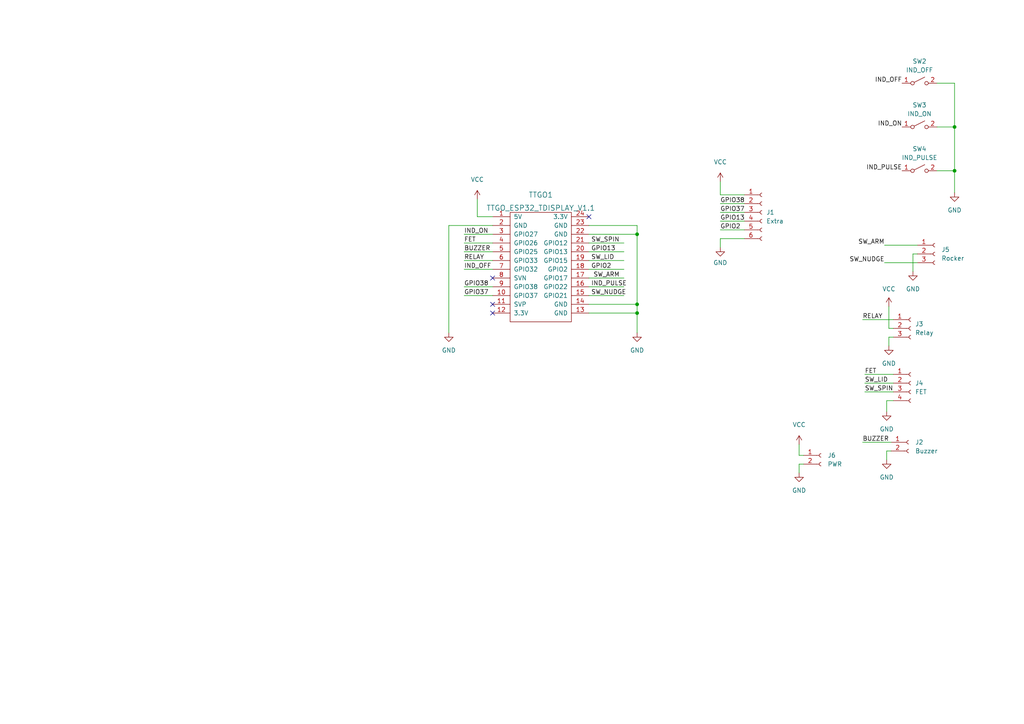
<source format=kicad_sch>
(kicad_sch (version 20211123) (generator eeschema)
  (paper "A4")
  (lib_symbols
    (symbol "Connector:Conn_01x02_Female" (pin_names (offset 1.016) hide)
      (property "Reference" "J" (at 0 2.54 0))
      (property "Value" "Conn_01x02_Female" (at 0 -5.08 0))
      (symbol "Conn_01x02_Female_1_1"
        (arc (start 0 -2.032) (mid -0.508 -2.54) (end 0 -3.048) (stroke (width 0.1524)))
        (polyline (pts (xy -1.27 -2.54) (xy -0.508 -2.54)) (stroke (width 0.1524)))
        (polyline (pts (xy -1.27 0) (xy -0.508 0)) (stroke (width 0.1524)))
        (arc (start 0 0.508) (mid -0.508 0) (end 0 -0.508) (stroke (width 0.1524)))
        (pin passive line (at -5.08 0 0) (length 3.81) (name "Pin_1") (number "1"))
        (pin passive line (at -5.08 -2.54 0) (length 3.81) (name "Pin_2") (number "2"))
      )
    )
    (symbol "Connector:Conn_01x03_Female" (pin_names (offset 1.016) hide)
      (property "Reference" "J" (at 0 5.08 0))
      (property "Value" "Conn_01x03_Female" (at 0 -5.08 0))
      (symbol "Conn_01x03_Female_1_1"
        (arc (start 0 -2.032) (mid -0.508 -2.54) (end 0 -3.048) (stroke (width 0.1524)))
        (polyline (pts (xy -1.27 -2.54) (xy -0.508 -2.54)) (stroke (width 0.1524)))
        (polyline (pts (xy -1.27 0) (xy -0.508 0)) (stroke (width 0.1524)))
        (polyline (pts (xy -1.27 2.54) (xy -0.508 2.54)) (stroke (width 0.1524)))
        (arc (start 0 0.508) (mid -0.508 0) (end 0 -0.508) (stroke (width 0.1524)))
        (arc (start 0 3.048) (mid -0.508 2.54) (end 0 2.032) (stroke (width 0.1524)))
        (pin passive line (at -5.08 2.54 0) (length 3.81) (name "Pin_1") (number "1"))
        (pin passive line (at -5.08 0 0) (length 3.81) (name "Pin_2") (number "2"))
        (pin passive line (at -5.08 -2.54 0) (length 3.81) (name "Pin_3") (number "3"))
      )
    )
    (symbol "Connector:Conn_01x04_Female" (pin_names (offset 1.016) hide)
      (property "Reference" "J" (at 0 5.08 0))
      (property "Value" "Conn_01x04_Female" (at 0 -7.62 0))
      (symbol "Conn_01x04_Female_1_1"
        (arc (start 0 -4.572) (mid -0.508 -5.08) (end 0 -5.588) (stroke (width 0.1524)))
        (arc (start 0 -2.032) (mid -0.508 -2.54) (end 0 -3.048) (stroke (width 0.1524)))
        (polyline (pts (xy -1.27 -5.08) (xy -0.508 -5.08)) (stroke (width 0.1524)))
        (polyline (pts (xy -1.27 -2.54) (xy -0.508 -2.54)) (stroke (width 0.1524)))
        (polyline (pts (xy -1.27 0) (xy -0.508 0)) (stroke (width 0.1524)))
        (polyline (pts (xy -1.27 2.54) (xy -0.508 2.54)) (stroke (width 0.1524)))
        (arc (start 0 0.508) (mid -0.508 0) (end 0 -0.508) (stroke (width 0.1524)))
        (arc (start 0 3.048) (mid -0.508 2.54) (end 0 2.032) (stroke (width 0.1524)))
        (pin passive line (at -5.08 2.54 0) (length 3.81) (name "Pin_1") (number "1"))
        (pin passive line (at -5.08 0 0) (length 3.81) (name "Pin_2") (number "2"))
        (pin passive line (at -5.08 -2.54 0) (length 3.81) (name "Pin_3") (number "3"))
        (pin passive line (at -5.08 -5.08 0) (length 3.81) (name "Pin_4") (number "4"))
      )
    )
    (symbol "Connector:Conn_01x06_Female" (pin_names (offset 1.016) hide)
      (property "Reference" "J" (at 0 7.62 0))
      (property "Value" "Conn_01x06_Female" (at 0 -10.16 0))
      (symbol "Conn_01x06_Female_1_1"
        (arc (start 0 -7.112) (mid -0.508 -7.62) (end 0 -8.128) (stroke (width 0.1524)))
        (arc (start 0 -4.572) (mid -0.508 -5.08) (end 0 -5.588) (stroke (width 0.1524)))
        (arc (start 0 -2.032) (mid -0.508 -2.54) (end 0 -3.048) (stroke (width 0.1524)))
        (polyline (pts (xy -1.27 -7.62) (xy -0.508 -7.62)) (stroke (width 0.1524)))
        (polyline (pts (xy -1.27 -5.08) (xy -0.508 -5.08)) (stroke (width 0.1524)))
        (polyline (pts (xy -1.27 -2.54) (xy -0.508 -2.54)) (stroke (width 0.1524)))
        (polyline (pts (xy -1.27 0) (xy -0.508 0)) (stroke (width 0.1524)))
        (polyline (pts (xy -1.27 2.54) (xy -0.508 2.54)) (stroke (width 0.1524)))
        (polyline (pts (xy -1.27 5.08) (xy -0.508 5.08)) (stroke (width 0.1524)))
        (arc (start 0 0.508) (mid -0.508 0) (end 0 -0.508) (stroke (width 0.1524)))
        (arc (start 0 3.048) (mid -0.508 2.54) (end 0 2.032) (stroke (width 0.1524)))
        (arc (start 0 5.588) (mid -0.508 5.08) (end 0 4.572) (stroke (width 0.1524)))
        (pin passive line (at -5.08 5.08 0) (length 3.81) (name "Pin_1") (number "1"))
        (pin passive line (at -5.08 2.54 0) (length 3.81) (name "Pin_2") (number "2"))
        (pin passive line (at -5.08 0 0) (length 3.81) (name "Pin_3") (number "3"))
        (pin passive line (at -5.08 -2.54 0) (length 3.81) (name "Pin_4") (number "4"))
        (pin passive line (at -5.08 -5.08 0) (length 3.81) (name "Pin_5") (number "5"))
        (pin passive line (at -5.08 -7.62 0) (length 3.81) (name "Pin_6") (number "6"))
      )
    )
    (symbol "Switch:SW_SPST" (pin_names (offset 0) hide)
      (property "Reference" "SW" (at 0 3.175 0))
      (property "Value" "SW_SPST" (at 0 -2.54 0))
      (symbol "SW_SPST_0_0"
        (circle (center -2.032 0) (radius 0.508))
        (polyline (pts (xy -1.524 0.254) (xy 1.524 1.778)))
        (circle (center 2.032 0) (radius 0.508))
      )
      (symbol "SW_SPST_1_1"
        (pin passive line (at -5.08 0 0) (length 2.54) (name "A") (number "1"))
        (pin passive line (at 5.08 0 180) (length 2.54) (name "B") (number "2"))
      )
    )
    (symbol "TTGO:TTGO_ESP32_TDISPLAY_V1.1" (pin_names (offset 1.016))
      (property "Reference" "TTGO" (at 8.89 34.29 0))
      (property "Value" "TTGO_ESP32_TDISPLAY_V1.1" (at 8.89 -2.54 0))
      (symbol "TTGO_ESP32_TDISPLAY_V1.1_0_1"
        (rectangle (start 0 0) (end 17.78 31.75))
      )
      (symbol "TTGO_ESP32_TDISPLAY_V1.1_1_1"
        (pin unspecified line (at 22.86 1.27 180) (length 5.08) (name "5V") (number "1"))
        (pin unspecified line (at 22.86 24.13 180) (length 5.08) (name "GPIO37") (number "10"))
        (pin unspecified line (at 22.86 26.67 180) (length 5.08) (name "SVP") (number "11"))
        (pin unspecified line (at 22.86 29.21 180) (length 5.08) (name "3.3V") (number "12"))
        (pin unspecified line (at -5.08 29.21 0) (length 5.08) (name "GND") (number "13"))
        (pin unspecified line (at -5.08 26.67 0) (length 5.08) (name "GND") (number "14"))
        (pin unspecified line (at -5.08 24.13 0) (length 5.08) (name "GPIO21") (number "15"))
        (pin unspecified line (at -5.08 21.59 0) (length 5.08) (name "GPIO22") (number "16"))
        (pin unspecified line (at -5.08 19.05 0) (length 5.08) (name "GPIO17") (number "17"))
        (pin unspecified line (at -5.08 16.51 0) (length 5.08) (name "GPIO2") (number "18"))
        (pin unspecified line (at -5.08 13.97 0) (length 5.08) (name "GPIO15") (number "19"))
        (pin unspecified line (at 22.86 3.81 180) (length 5.08) (name "GND") (number "2"))
        (pin unspecified line (at -5.08 11.43 0) (length 5.08) (name "GPIO13") (number "20"))
        (pin unspecified line (at -5.08 8.89 0) (length 5.08) (name "GPIO12") (number "21"))
        (pin unspecified line (at -5.08 6.35 0) (length 5.08) (name "GND") (number "22"))
        (pin unspecified line (at -5.08 3.81 0) (length 5.08) (name "GND") (number "23"))
        (pin unspecified line (at -5.08 1.27 0) (length 5.08) (name "3.3V") (number "24"))
        (pin unspecified line (at 22.86 6.35 180) (length 5.08) (name "GPIO27") (number "3"))
        (pin unspecified line (at 22.86 8.89 180) (length 5.08) (name "GPIO26") (number "4"))
        (pin unspecified line (at 22.86 11.43 180) (length 5.08) (name "GPIO25") (number "5"))
        (pin unspecified line (at 22.86 13.97 180) (length 5.08) (name "GPIO33") (number "6"))
        (pin unspecified line (at 22.86 16.51 180) (length 5.08) (name "GPIO32") (number "7"))
        (pin unspecified line (at 22.86 19.05 180) (length 5.08) (name "SVN") (number "8"))
        (pin unspecified line (at 22.86 21.59 180) (length 5.08) (name "GPIO38") (number "9"))
      )
    )
    (symbol "power:GND" (power) (pin_names (offset 0))
      (property "Value" "GND" (at 0 -3.81 0))
      (symbol "GND_0_1"
        (polyline (pts (xy 0 0) (xy 0 -1.27) (xy 1.27 -1.27) (xy 0 -2.54) (xy -1.27 -1.27) (xy 0 -1.27)))
      )
      (symbol "GND_1_1"
        (pin power_in line (at 0 0 270) (length 0) hide (name "GND") (number "1"))
      )
    )
    (symbol "power:VCC" (power) (pin_names (offset 0))
      (property "Value" "VCC" (at 0 3.81 0))
      (symbol "VCC_0_1"
        (polyline (pts (xy -0.762 1.27) (xy 0 2.54)))
        (polyline (pts (xy 0 0) (xy 0 2.54)))
        (polyline (pts (xy 0 2.54) (xy 0.762 1.27)))
      )
      (symbol "VCC_1_1"
        (pin power_in line (at 0 0 90) (length 0) hide (name "VCC") (number "1"))
      )
    )
  )
  (junction (at 184.785 67.945))
  (junction (at 276.86 36.83))
  (junction (at 184.785 88.265))
  (junction (at 276.86 49.53))
  (junction (at 184.785 90.805))
  (no_connect (at 170.815 62.865))
  (no_connect (at 142.875 80.645))
  (no_connect (at 142.875 90.805))
  (no_connect (at 142.875 88.265))
  (wire (pts (xy 259.08 116.205) (xy 257.175 116.205)))
  (wire (pts (xy 170.815 75.565) (xy 180.975 75.565)))
  (wire (pts (xy 170.815 85.725) (xy 180.975 85.725)))
  (wire (pts (xy 257.175 116.205) (xy 257.175 119.38)))
  (wire (pts (xy 170.815 80.645) (xy 180.975 80.645)))
  (wire (pts (xy 170.815 73.025) (xy 180.975 73.025)))
  (wire (pts (xy 208.915 69.215) (xy 208.915 71.755)))
  (wire (pts (xy 271.78 36.83) (xy 276.86 36.83)))
  (wire (pts (xy 264.795 73.66) (xy 266.065 73.66)))
  (wire (pts (xy 250.19 128.27) (xy 258.445 128.27)))
  (wire (pts (xy 134.62 75.565) (xy 142.875 75.565)))
  (wire (pts (xy 170.815 90.805) (xy 184.785 90.805)))
  (wire (pts (xy 231.775 128.905) (xy 231.775 132.08)))
  (wire (pts (xy 257.81 95.25) (xy 259.08 95.25)))
  (wire (pts (xy 142.875 65.405) (xy 130.175 65.405)))
  (wire (pts (xy 250.825 113.665) (xy 259.08 113.665)))
  (wire (pts (xy 208.915 66.675) (xy 215.9 66.675)))
  (wire (pts (xy 231.775 132.08) (xy 233.045 132.08)))
  (wire (pts (xy 208.915 52.705) (xy 208.915 56.515)))
  (wire (pts (xy 134.62 73.025) (xy 142.875 73.025)))
  (wire (pts (xy 271.78 24.13) (xy 276.86 24.13)))
  (wire (pts (xy 257.81 88.9) (xy 257.81 95.25)))
  (wire (pts (xy 264.795 78.74) (xy 264.795 73.66)))
  (wire (pts (xy 208.915 69.215) (xy 215.9 69.215)))
  (wire (pts (xy 170.815 88.265) (xy 184.785 88.265)))
  (wire (pts (xy 130.175 65.405) (xy 130.175 96.52)))
  (wire (pts (xy 134.62 85.725) (xy 142.875 85.725)))
  (wire (pts (xy 276.86 49.53) (xy 276.86 55.88)))
  (wire (pts (xy 208.915 56.515) (xy 215.9 56.515)))
  (wire (pts (xy 256.54 76.2) (xy 266.065 76.2)))
  (wire (pts (xy 250.19 92.71) (xy 259.08 92.71)))
  (wire (pts (xy 257.81 97.79) (xy 257.81 100.33)))
  (wire (pts (xy 134.62 70.485) (xy 142.875 70.485)))
  (wire (pts (xy 170.815 78.105) (xy 180.975 78.105)))
  (wire (pts (xy 138.43 62.865) (xy 138.43 57.785)))
  (wire (pts (xy 170.815 65.405) (xy 184.785 65.405)))
  (wire (pts (xy 170.815 70.485) (xy 180.975 70.485)))
  (wire (pts (xy 250.825 111.125) (xy 259.08 111.125)))
  (wire (pts (xy 231.775 134.62) (xy 231.775 137.16)))
  (wire (pts (xy 134.62 67.945) (xy 142.875 67.945)))
  (wire (pts (xy 170.815 83.185) (xy 180.975 83.185)))
  (wire (pts (xy 184.785 67.945) (xy 184.785 88.265)))
  (wire (pts (xy 134.62 78.105) (xy 142.875 78.105)))
  (wire (pts (xy 208.915 61.595) (xy 215.9 61.595)))
  (wire (pts (xy 257.175 130.81) (xy 257.175 133.35)))
  (wire (pts (xy 271.78 49.53) (xy 276.86 49.53)))
  (wire (pts (xy 208.915 59.055) (xy 215.9 59.055)))
  (wire (pts (xy 142.875 62.865) (xy 138.43 62.865)))
  (wire (pts (xy 258.445 130.81) (xy 257.175 130.81)))
  (wire (pts (xy 256.54 71.12) (xy 266.065 71.12)))
  (wire (pts (xy 276.86 36.83) (xy 276.86 49.53)))
  (wire (pts (xy 276.86 24.13) (xy 276.86 36.83)))
  (wire (pts (xy 184.785 65.405) (xy 184.785 67.945)))
  (wire (pts (xy 184.785 90.805) (xy 184.785 96.52)))
  (wire (pts (xy 208.915 64.135) (xy 215.9 64.135)))
  (wire (pts (xy 134.62 83.185) (xy 142.875 83.185)))
  (wire (pts (xy 250.825 108.585) (xy 259.08 108.585)))
  (wire (pts (xy 170.815 67.945) (xy 184.785 67.945)))
  (wire (pts (xy 259.08 97.79) (xy 257.81 97.79)))
  (wire (pts (xy 233.045 134.62) (xy 231.775 134.62)))
  (wire (pts (xy 184.785 88.265) (xy 184.785 90.805)))
  (label "IND_OFF" (at 134.62 78.105 0))
  (label "GPIO2" (at 171.45 78.105 0))
  (label "GPIO2" (at 208.915 66.675 0))
  (label "IND_PULSE" (at 171.45 83.185 0))
  (label "SW_SPIN" (at 250.825 113.665 0))
  (label "RELAY" (at 250.19 92.71 0))
  (label "GPIO13" (at 208.915 64.135 0))
  (label "FET" (at 250.825 108.585 0))
  (label "IND_PULSE" (at 261.62 49.53 180))
  (label "GPIO38" (at 208.915 59.055 0))
  (label "SW_NUDGE" (at 171.45 85.725 0))
  (label "GPIO38" (at 134.62 83.185 0))
  (label "SW_LID" (at 171.45 75.565 0))
  (label "SW_LID" (at 250.825 111.125 0))
  (label "SW_SPIN" (at 171.45 70.485 0))
  (label "SW_NUDGE" (at 256.54 76.2 180))
  (label "SW_ARM" (at 172.085 80.645 0))
  (label "BUZZER" (at 250.19 128.27 0))
  (label "RELAY" (at 134.62 75.565 0))
  (label "FET" (at 134.62 70.485 0))
  (label "GPIO37" (at 208.915 61.595 0))
  (label "BUZZER" (at 134.62 73.025 0))
  (label "IND_ON" (at 261.62 36.83 180))
  (label "GPIO37" (at 134.62 85.725 0))
  (label "GPIO13" (at 171.45 73.025 0))
  (label "IND_OFF" (at 261.62 24.13 180))
  (label "IND_ON" (at 134.62 67.945 0))
  (label "SW_ARM" (at 256.54 71.12 180))
  (symbol (lib_id "Connector:Conn_01x04_Female") (at 264.16 111.125 0) (unit 1)
    (property "Reference" "J4" (at 265.43 111.1249 0) (effects (justify left)))
    (property "Value" "FET" (at 265.43 113.6649 0) (effects (justify left)))
    (property "Footprint" "Connector_JST:JST_PH_B4B-PH-K_1x04_P2.00mm_Vertical" (effects hide))
  )
  (symbol (lib_id "power:VCC") (at 257.81 88.9 0) (unit 1)
    (property "Reference" "#PWR0103" (effects hide))
    (property "Value" "VCC" (at 257.81 83.82 0))
  )
  (symbol (lib_id "Connector:Conn_01x02_Female") (at 263.525 128.27 0) (unit 1)
    (property "Reference" "J2" (at 265.43 128.2699 0) (effects (justify left)))
    (property "Value" "Buzzer" (at 265.43 130.8099 0) (effects (justify left)))
    (property "Footprint" "Connector_JST:JST_PH_B2B-PH-K_1x02_P2.00mm_Vertical" (effects hide))
  )
  (symbol (lib_id "power:GND") (at 257.175 133.35 0) (unit 1)
    (property "Reference" "#PWR0105" (effects hide))
    (property "Value" "GND" (at 257.175 138.43 0))
  )
  (symbol (lib_id "power:GND") (at 264.795 78.74 0) (unit 1)
    (property "Reference" "#PWR0102" (effects hide))
    (property "Value" "GND" (at 264.795 83.82 0))
  )
  (symbol (lib_id "power:GND") (at 208.915 71.755 0) (unit 1)
    (property "Reference" "#PWR0110" (effects hide))
    (property "Value" "GND" (at 208.915 76.2 0))
  )
  (symbol (lib_id "Connector:Conn_01x02_Female") (at 238.125 132.08 0) (unit 1)
    (property "Reference" "J6" (at 240.03 132.0799 0) (effects (justify left)))
    (property "Value" "PWR" (at 240.03 134.6199 0) (effects (justify left)))
    (property "Footprint" "Connector_JST:JST_PH_B2B-PH-K_1x02_P2.00mm_Vertical" (effects hide))
  )
  (symbol (lib_id "Switch:SW_SPST") (at 266.7 49.53 0) (unit 1)
    (property "Reference" "SW4" (at 266.7 43.18 0))
    (property "Value" "IND_PULSE" (at 266.7 45.72 0))
    (property "Footprint" "Button_Switch_THT:SW_PUSH_6mm_H5mm" (effects hide))
  )
  (symbol (lib_id "Connector:Conn_01x06_Female") (at 220.98 61.595 0) (unit 1)
    (property "Reference" "J1" (at 222.25 61.5949 0) (effects (justify left)))
    (property "Value" "Extra" (at 222.25 64.1349 0) (effects (justify left)))
    (property "Footprint" "Connector_PinHeader_2.54mm:PinHeader_1x06_P2.54mm_Vertical" (effects hide))
  )
  (symbol (lib_id "power:GND") (at 184.785 96.52 0) (unit 1)
    (property "Reference" "#PWR0109" (effects hide))
    (property "Value" "GND" (at 184.785 101.6 0))
  )
  (symbol (lib_id "power:VCC") (at 208.915 52.705 0) (unit 1)
    (property "Reference" "#PWR0111" (effects hide))
    (property "Value" "VCC" (at 208.915 46.99 0))
  )
  (symbol (lib_id "TTGO:TTGO_ESP32_TDISPLAY_V1.1") (at 165.735 61.595 180) (unit 1)
    (property "Reference" "TTGO1" (at 156.845 56.515 0) (effects (font (size 1.524 1.524))))
    (property "Value" "TTGO_ESP32_TDISPLAY_V1.1" (at 156.845 60.325 0) (effects (font (size 1.524 1.524))))
    (property "Footprint" "TTGO:TTGO_ESP32_TDisplay_v1.1" (effects hide))
  )
  (symbol (lib_id "power:GND") (at 257.175 119.38 0) (unit 1)
    (property "Reference" "#PWR0104" (effects hide))
    (property "Value" "GND" (at 257.175 124.46 0))
  )
  (symbol (lib_id "Connector:Conn_01x03_Female") (at 264.16 95.25 0) (unit 1)
    (property "Reference" "J3" (at 265.43 93.9799 0) (effects (justify left)))
    (property "Value" "Relay" (at 265.43 96.5199 0) (effects (justify left)))
    (property "Footprint" "Connector_JST:JST_PH_B3B-PH-K_1x03_P2.00mm_Vertical" (effects hide))
  )
  (symbol (lib_id "power:VCC") (at 231.775 128.905 0) (unit 1)
    (property "Reference" "#PWR0113" (effects hide))
    (property "Value" "VCC" (at 231.775 123.19 0))
  )
  (symbol (lib_id "power:VCC") (at 138.43 57.785 0) (unit 1)
    (property "Reference" "#PWR0107" (effects hide))
    (property "Value" "VCC" (at 138.43 52.07 0))
  )
  (symbol (lib_id "power:GND") (at 276.86 55.88 0) (unit 1)
    (property "Reference" "#PWR0101" (effects hide))
    (property "Value" "GND" (at 276.86 60.96 0))
  )
  (symbol (lib_id "Switch:SW_SPST") (at 266.7 24.13 0) (unit 1)
    (property "Reference" "SW2" (at 266.7 17.78 0))
    (property "Value" "IND_OFF" (at 266.7 20.32 0))
    (property "Footprint" "Button_Switch_THT:SW_PUSH_6mm_H5mm" (effects hide))
  )
  (symbol (lib_id "Connector:Conn_01x03_Female") (at 271.145 73.66 0) (unit 1)
    (property "Reference" "J5" (at 273.05 72.3899 0) (effects (justify left)))
    (property "Value" "Rocker" (at 273.05 74.9299 0) (effects (justify left)))
    (property "Footprint" "Connector_JST:JST_PH_B3B-PH-K_1x03_P2.00mm_Vertical" (effects hide))
  )
  (symbol (lib_id "power:GND") (at 231.775 137.16 0) (unit 1)
    (property "Reference" "#PWR0112" (effects hide))
    (property "Value" "GND" (at 231.775 142.24 0))
  )
  (symbol (lib_id "power:GND") (at 130.175 96.52 0) (unit 1)
    (property "Reference" "#PWR0108" (effects hide))
    (property "Value" "GND" (at 130.175 101.6 0))
  )
  (symbol (lib_id "Switch:SW_SPST") (at 266.7 36.83 0) (unit 1)
    (property "Reference" "SW3" (at 266.7 30.48 0))
    (property "Value" "IND_ON" (at 266.7 33.02 0))
    (property "Footprint" "Button_Switch_THT:SW_PUSH_6mm_H5mm" (effects hide))
  )
  (symbol (lib_id "power:GND") (at 257.81 100.33 0) (unit 1)
    (property "Reference" "#PWR0106" (effects hide))
    (property "Value" "GND" (at 257.81 105.41 0))
  )
)
</source>
